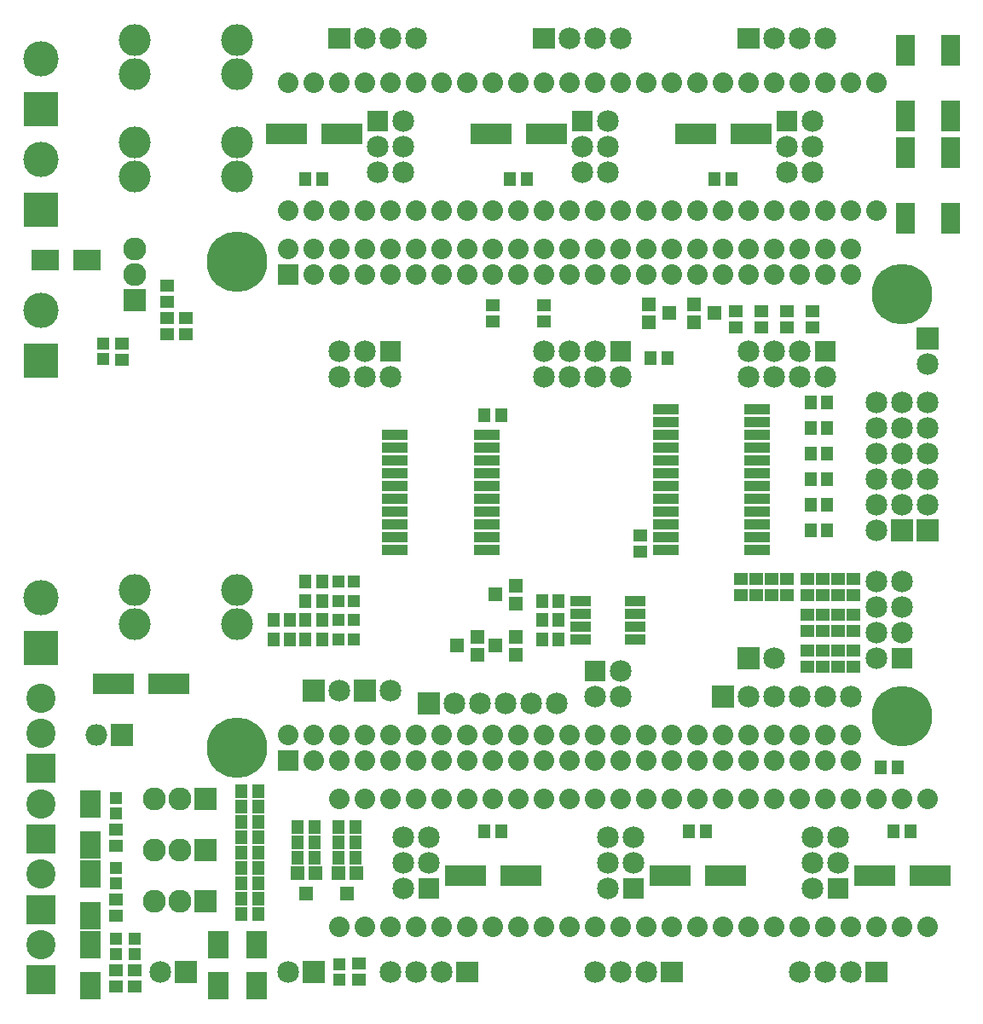
<source format=gts>
G04 (created by PCBNEW (2013-07-07 BZR 4022)-stable) date 5/7/2014 12:27:23 AM*
%MOIN*%
G04 Gerber Fmt 3.4, Leading zero omitted, Abs format*
%FSLAX34Y34*%
G01*
G70*
G90*
G04 APERTURE LIST*
%ADD10C,0.00590551*%
%ADD11R,0.085X0.085*%
%ADD12C,0.085*%
%ADD13R,0.1617X0.083*%
%ADD14C,0.09*%
%ADD15R,0.09X0.09*%
%ADD16R,0.085X0.08*%
%ADD17R,0.075X0.1184*%
%ADD18R,0.056X0.056*%
%ADD19R,0.08X0.08*%
%ADD20C,0.08*%
%ADD21C,0.13811*%
%ADD22R,0.13811X0.13811*%
%ADD23C,0.114488*%
%ADD24R,0.114488X0.114488*%
%ADD25C,0.236535*%
%ADD26R,0.0566142X0.0511024*%
%ADD27R,0.0511024X0.0566142*%
%ADD28R,0.0514961X0.0514961*%
%ADD29O,0.085X0.085*%
%ADD30R,0.0987402X0.043622*%
%ADD31R,0.0829921X0.043622*%
%ADD32R,0.0849606X0.0849606*%
%ADD33C,0.0849606*%
%ADD34C,0.124331*%
%ADD35R,0.0810236X0.106614*%
%ADD36R,0.106614X0.0810236*%
G04 APERTURE END LIST*
G54D10*
G54D11*
X12900Y12750D03*
G54D12*
X13900Y12750D03*
G54D11*
X14900Y12750D03*
G54D12*
X15900Y12750D03*
G54D11*
X29900Y14000D03*
G54D12*
X30900Y14000D03*
G54D13*
X20983Y5500D03*
X18817Y5500D03*
X5067Y13000D03*
X7233Y13000D03*
X28983Y5500D03*
X26817Y5500D03*
X27817Y34500D03*
X29983Y34500D03*
X19817Y34500D03*
X21983Y34500D03*
X11817Y34500D03*
X13983Y34500D03*
G54D14*
X5900Y29000D03*
X5900Y30000D03*
G54D15*
X5900Y28000D03*
G54D14*
X7650Y6500D03*
X6650Y6500D03*
G54D15*
X8650Y6500D03*
G54D14*
X7650Y4500D03*
X6650Y4500D03*
G54D15*
X8650Y4500D03*
G54D14*
X7650Y8500D03*
X6650Y8500D03*
G54D15*
X8650Y8500D03*
G54D16*
X13900Y38250D03*
G54D12*
X14900Y38250D03*
X15900Y38250D03*
X16900Y38250D03*
G54D16*
X21900Y38250D03*
G54D12*
X22900Y38250D03*
X23900Y38250D03*
X24900Y38250D03*
G54D16*
X29900Y38250D03*
G54D12*
X30900Y38250D03*
X31900Y38250D03*
X32900Y38250D03*
G54D16*
X34900Y1750D03*
G54D12*
X33900Y1750D03*
X32900Y1750D03*
X31900Y1750D03*
G54D17*
X36014Y33779D03*
X37786Y33779D03*
X36014Y31220D03*
X37786Y31220D03*
G54D16*
X26900Y1750D03*
G54D12*
X25900Y1750D03*
X24900Y1750D03*
X23900Y1750D03*
G54D16*
X18900Y1750D03*
G54D12*
X17900Y1750D03*
X16900Y1750D03*
X15900Y1750D03*
G54D13*
X36983Y5500D03*
X34817Y5500D03*
G54D18*
X13850Y5600D03*
X14550Y5600D03*
X14200Y4800D03*
X12250Y5600D03*
X12950Y5600D03*
X12600Y4800D03*
G54D11*
X12900Y1750D03*
G54D12*
X11900Y1750D03*
G54D11*
X7900Y1750D03*
G54D12*
X6900Y1750D03*
G54D11*
X36900Y26500D03*
G54D12*
X36900Y25500D03*
G54D11*
X36900Y19000D03*
G54D12*
X36900Y20000D03*
X36900Y21000D03*
X36900Y22000D03*
X36900Y23000D03*
X36900Y24000D03*
G54D11*
X35900Y19000D03*
G54D12*
X34900Y19000D03*
X35900Y20000D03*
X34900Y20000D03*
X35900Y21000D03*
X34900Y21000D03*
X35900Y22000D03*
X34900Y22000D03*
X35900Y23000D03*
X34900Y23000D03*
X35900Y24000D03*
X34900Y24000D03*
G54D18*
X20800Y16850D03*
X20800Y16150D03*
X20000Y16500D03*
G54D17*
X36014Y37779D03*
X37786Y37779D03*
X36014Y35220D03*
X37786Y35220D03*
G54D18*
X19300Y14850D03*
X19300Y14150D03*
X18500Y14500D03*
X20800Y14850D03*
X20800Y14150D03*
X20000Y14500D03*
G54D11*
X17400Y12250D03*
G54D12*
X18400Y12250D03*
X19400Y12250D03*
X20400Y12250D03*
X21400Y12250D03*
X22400Y12250D03*
G54D11*
X28900Y12500D03*
G54D12*
X29900Y12500D03*
X30900Y12500D03*
X31900Y12500D03*
X32900Y12500D03*
X33900Y12500D03*
G54D18*
X27750Y27150D03*
X27750Y27850D03*
X28550Y27500D03*
X26000Y27150D03*
X26000Y27850D03*
X26800Y27500D03*
G54D19*
X11900Y10000D03*
G54D20*
X11900Y11000D03*
X12900Y10000D03*
X12900Y11000D03*
X13900Y10000D03*
X13900Y11000D03*
X14900Y10000D03*
X14900Y11000D03*
X15900Y10000D03*
X15900Y11000D03*
X16900Y10000D03*
X16900Y11000D03*
X17900Y10000D03*
X17900Y11000D03*
X18900Y10000D03*
X18900Y11000D03*
X19900Y10000D03*
X19900Y11000D03*
X20900Y10000D03*
X20900Y11000D03*
X21900Y10000D03*
X21900Y11000D03*
X22900Y10000D03*
X22900Y11000D03*
X23900Y10000D03*
X23900Y11000D03*
X24900Y10000D03*
X24900Y11000D03*
X25900Y10000D03*
X25900Y11000D03*
X26900Y10000D03*
X26900Y11000D03*
X27900Y10000D03*
X27900Y11000D03*
X28900Y10000D03*
X28900Y11000D03*
X29900Y10000D03*
X29900Y11000D03*
X30900Y10000D03*
X30900Y11000D03*
X31900Y10000D03*
X31900Y11000D03*
X32900Y10000D03*
X32900Y11000D03*
X33900Y10000D03*
X33900Y11000D03*
G54D19*
X11900Y29000D03*
G54D20*
X11900Y30000D03*
X12900Y29000D03*
X12900Y30000D03*
X13900Y29000D03*
X13900Y30000D03*
X14900Y29000D03*
X14900Y30000D03*
X15900Y29000D03*
X15900Y30000D03*
X16900Y29000D03*
X16900Y30000D03*
X17900Y29000D03*
X17900Y30000D03*
X18900Y29000D03*
X18900Y30000D03*
X19900Y29000D03*
X19900Y30000D03*
X20900Y29000D03*
X20900Y30000D03*
X21900Y29000D03*
X21900Y30000D03*
X22900Y29000D03*
X22900Y30000D03*
X23900Y29000D03*
X23900Y30000D03*
X24900Y29000D03*
X24900Y30000D03*
X25900Y29000D03*
X25900Y30000D03*
X26900Y29000D03*
X26900Y30000D03*
X27900Y29000D03*
X27900Y30000D03*
X28900Y29000D03*
X28900Y30000D03*
X29900Y29000D03*
X29900Y30000D03*
X30900Y29000D03*
X30900Y30000D03*
X31900Y29000D03*
X31900Y30000D03*
X32900Y29000D03*
X32900Y30000D03*
X33900Y29000D03*
X33900Y30000D03*
X20900Y8500D03*
X19900Y8500D03*
X18900Y8500D03*
X17900Y8500D03*
X16900Y8500D03*
X15900Y8500D03*
X14900Y8500D03*
X13900Y8500D03*
X13900Y3500D03*
X14900Y3500D03*
X15900Y3500D03*
X16900Y3500D03*
X17900Y3500D03*
X18900Y3500D03*
X19900Y3500D03*
X20900Y3500D03*
X28900Y8500D03*
X27900Y8500D03*
X26900Y8500D03*
X25900Y8500D03*
X24900Y8500D03*
X23900Y8500D03*
X22900Y8500D03*
X21900Y8500D03*
X21900Y3500D03*
X22900Y3500D03*
X23900Y3500D03*
X24900Y3500D03*
X25900Y3500D03*
X26900Y3500D03*
X27900Y3500D03*
X28900Y3500D03*
X36900Y8500D03*
X35900Y8500D03*
X34900Y8500D03*
X33900Y8500D03*
X32900Y8500D03*
X31900Y8500D03*
X30900Y8500D03*
X29900Y8500D03*
X29900Y3500D03*
X30900Y3500D03*
X31900Y3500D03*
X32900Y3500D03*
X33900Y3500D03*
X34900Y3500D03*
X35900Y3500D03*
X36900Y3500D03*
X27900Y31500D03*
X28900Y31500D03*
X29900Y31500D03*
X30900Y31500D03*
X31900Y31500D03*
X32900Y31500D03*
X33900Y31500D03*
X34900Y31500D03*
X34900Y36500D03*
X33900Y36500D03*
X32900Y36500D03*
X31900Y36500D03*
X30900Y36500D03*
X29900Y36500D03*
X28900Y36500D03*
X27900Y36500D03*
X19900Y31500D03*
X20900Y31500D03*
X21900Y31500D03*
X22900Y31500D03*
X23900Y31500D03*
X24900Y31500D03*
X25900Y31500D03*
X26900Y31500D03*
X26900Y36500D03*
X25900Y36500D03*
X24900Y36500D03*
X23900Y36500D03*
X22900Y36500D03*
X21900Y36500D03*
X20900Y36500D03*
X19900Y36500D03*
X11900Y31500D03*
X12900Y31500D03*
X13900Y31500D03*
X14900Y31500D03*
X15900Y31500D03*
X16900Y31500D03*
X17900Y31500D03*
X18900Y31500D03*
X18900Y36500D03*
X17900Y36500D03*
X16900Y36500D03*
X15900Y36500D03*
X14900Y36500D03*
X13900Y36500D03*
X12900Y36500D03*
X11900Y36500D03*
G54D21*
X2234Y27606D03*
G54D22*
X2234Y25637D03*
G54D21*
X2234Y16385D03*
G54D22*
X2234Y14417D03*
G54D21*
X2234Y37448D03*
G54D22*
X2234Y35480D03*
G54D21*
X2234Y33511D03*
G54D22*
X2234Y31543D03*
G54D23*
X2234Y8314D03*
G54D24*
X2234Y6937D03*
G54D23*
X2234Y2803D03*
G54D24*
X2234Y1425D03*
G54D23*
X2234Y5559D03*
G54D24*
X2234Y4181D03*
G54D23*
X2234Y11070D03*
G54D24*
X2234Y9692D03*
G54D23*
X2234Y12448D03*
G54D25*
X35900Y11750D03*
X9900Y10500D03*
X9900Y29500D03*
X35900Y28250D03*
G54D26*
X7900Y26677D03*
X7900Y27322D03*
X19900Y27177D03*
X19900Y27822D03*
G54D27*
X35077Y9750D03*
X35722Y9750D03*
G54D26*
X21900Y27822D03*
X21900Y27177D03*
G54D27*
X10722Y5200D03*
X10077Y5200D03*
X10722Y7000D03*
X10077Y7000D03*
X10722Y8800D03*
X10077Y8800D03*
X12277Y7400D03*
X12922Y7400D03*
X13877Y7400D03*
X14522Y7400D03*
X11327Y15500D03*
X11972Y15500D03*
X32972Y19000D03*
X32327Y19000D03*
X32972Y20000D03*
X32327Y20000D03*
X32972Y21000D03*
X32327Y21000D03*
X32972Y22000D03*
X32327Y22000D03*
X32972Y23000D03*
X32327Y23000D03*
X32972Y24000D03*
X32327Y24000D03*
G54D26*
X32400Y27572D03*
X32400Y26927D03*
X31400Y27572D03*
X31400Y26927D03*
X30400Y27572D03*
X30400Y26927D03*
X29400Y27572D03*
X29400Y26927D03*
G54D27*
X26077Y25750D03*
X26722Y25750D03*
X12577Y15500D03*
X13222Y15500D03*
X12577Y17000D03*
X13222Y17000D03*
X14522Y6800D03*
X13877Y6800D03*
X12922Y6800D03*
X12277Y6800D03*
X10077Y6400D03*
X10722Y6400D03*
X10077Y8200D03*
X10722Y8200D03*
X10077Y4600D03*
X10722Y4600D03*
G54D26*
X7150Y27322D03*
X7150Y26677D03*
X5900Y1177D03*
X5900Y1822D03*
X14650Y2072D03*
X14650Y1427D03*
G54D27*
X12577Y14750D03*
X13222Y14750D03*
G54D26*
X33400Y17122D03*
X33400Y16477D03*
X30800Y16477D03*
X30800Y17122D03*
X33400Y15722D03*
X33400Y15077D03*
X33400Y14322D03*
X33400Y13677D03*
X34000Y14322D03*
X34000Y13677D03*
X5150Y6677D03*
X5150Y7322D03*
G54D27*
X11327Y14750D03*
X11972Y14750D03*
G54D26*
X5400Y25677D03*
X5400Y26322D03*
X5150Y3927D03*
X5150Y4572D03*
X5150Y1177D03*
X5150Y1822D03*
X31400Y16477D03*
X31400Y17122D03*
X34000Y16477D03*
X34000Y17122D03*
X34000Y15722D03*
X34000Y15077D03*
G54D27*
X12577Y16250D03*
X13222Y16250D03*
X29222Y32750D03*
X28577Y32750D03*
X13222Y32750D03*
X12577Y32750D03*
X21222Y32750D03*
X20577Y32750D03*
X35577Y7250D03*
X36222Y7250D03*
X27577Y7250D03*
X28222Y7250D03*
X19577Y7250D03*
X20222Y7250D03*
X21827Y15500D03*
X22472Y15500D03*
X21827Y16250D03*
X22472Y16250D03*
G54D28*
X14445Y15500D03*
X13854Y15500D03*
X14445Y17000D03*
X13854Y17000D03*
X14445Y14750D03*
X13854Y14750D03*
X5900Y3045D03*
X5900Y2454D03*
X13900Y2045D03*
X13900Y1454D03*
X4650Y26295D03*
X4650Y25704D03*
X5150Y3045D03*
X5150Y2454D03*
X5150Y8545D03*
X5150Y7954D03*
X5150Y5795D03*
X5150Y5204D03*
X14445Y16250D03*
X13854Y16250D03*
G54D26*
X25650Y18177D03*
X25650Y18822D03*
X32800Y14322D03*
X32800Y13677D03*
X32800Y15722D03*
X32800Y15077D03*
X30200Y16477D03*
X30200Y17122D03*
X32800Y17122D03*
X32800Y16477D03*
G54D27*
X20222Y23500D03*
X19577Y23500D03*
X22472Y14750D03*
X21827Y14750D03*
G54D26*
X29600Y16477D03*
X29600Y17122D03*
X32200Y15722D03*
X32200Y15077D03*
X32200Y17122D03*
X32200Y16477D03*
X32200Y14322D03*
X32200Y13677D03*
G54D11*
X5400Y11000D03*
G54D29*
X4400Y11000D03*
G54D30*
X16069Y22750D03*
X16069Y22250D03*
X16069Y21750D03*
X16069Y21250D03*
X16069Y20750D03*
X16069Y20250D03*
X16069Y19750D03*
X16069Y19250D03*
X16069Y18750D03*
X16069Y18250D03*
X19650Y18250D03*
X19650Y18750D03*
X19650Y19250D03*
X19650Y19750D03*
X19650Y20250D03*
X19650Y20750D03*
X19650Y21250D03*
X19650Y21750D03*
X19650Y22250D03*
X19650Y22750D03*
X30230Y18250D03*
X30230Y18750D03*
X30230Y19250D03*
X30230Y19750D03*
X30230Y20250D03*
X30230Y20750D03*
X30230Y21250D03*
X30230Y21750D03*
X30230Y22250D03*
X30230Y22750D03*
X30230Y23250D03*
X30230Y23750D03*
X26650Y23750D03*
X26650Y23250D03*
X26650Y22750D03*
X26650Y22250D03*
X26650Y21750D03*
X26650Y21250D03*
X26650Y20750D03*
X26650Y20250D03*
X26650Y19750D03*
X26650Y19250D03*
X26650Y18750D03*
X26650Y18250D03*
G54D31*
X25462Y14750D03*
X25462Y15250D03*
X25462Y15750D03*
X25462Y16250D03*
X23337Y16250D03*
X23337Y15750D03*
X23337Y15250D03*
X23337Y14750D03*
G54D32*
X32900Y26000D03*
G54D33*
X32900Y25000D03*
X31900Y26000D03*
X31900Y25000D03*
X30900Y26000D03*
X30900Y25000D03*
X29900Y26000D03*
X29900Y25000D03*
G54D32*
X24900Y26000D03*
G54D33*
X24900Y25000D03*
X23900Y26000D03*
X23900Y25000D03*
X22900Y26000D03*
X22900Y25000D03*
X21900Y26000D03*
X21900Y25000D03*
G54D32*
X35900Y14000D03*
G54D33*
X34900Y14000D03*
X35900Y15000D03*
X34900Y15000D03*
X35900Y16000D03*
X34900Y16000D03*
X35900Y17000D03*
X34900Y17000D03*
G54D32*
X25400Y5000D03*
G54D33*
X24400Y5000D03*
X25400Y6000D03*
X24400Y6000D03*
X25400Y7000D03*
X24400Y7000D03*
G54D32*
X33400Y5000D03*
G54D33*
X32400Y5000D03*
X33400Y6000D03*
X32400Y6000D03*
X33400Y7000D03*
X32400Y7000D03*
G54D32*
X17400Y5000D03*
G54D33*
X16400Y5000D03*
X17400Y6000D03*
X16400Y6000D03*
X17400Y7000D03*
X16400Y7000D03*
G54D32*
X31400Y35000D03*
G54D33*
X32400Y35000D03*
X31400Y34000D03*
X32400Y34000D03*
X31400Y33000D03*
X32400Y33000D03*
G54D32*
X23400Y35000D03*
G54D33*
X24400Y35000D03*
X23400Y34000D03*
X24400Y34000D03*
X23400Y33000D03*
X24400Y33000D03*
G54D32*
X15400Y35000D03*
G54D33*
X16400Y35000D03*
X15400Y34000D03*
X16400Y34000D03*
X15400Y33000D03*
X16400Y33000D03*
G54D32*
X15900Y26000D03*
G54D33*
X15900Y25000D03*
X14900Y26000D03*
X14900Y25000D03*
X13900Y26000D03*
X13900Y25000D03*
G54D32*
X23900Y13500D03*
G54D33*
X24900Y13500D03*
X23900Y12500D03*
X24900Y12500D03*
G54D34*
X5892Y36830D03*
X5892Y38169D03*
X9907Y36830D03*
X9907Y38169D03*
X5892Y15330D03*
X5892Y16669D03*
X9907Y15330D03*
X9907Y16669D03*
X5892Y32830D03*
X5892Y34169D03*
X9907Y32830D03*
X9907Y34169D03*
G54D35*
X4150Y1192D03*
X4150Y2807D03*
G54D36*
X2411Y29574D03*
X4025Y29574D03*
G54D35*
X4150Y3942D03*
X4150Y5557D03*
X4150Y6692D03*
X4150Y8307D03*
X10650Y1192D03*
X10650Y2807D03*
X9150Y1192D03*
X9150Y2807D03*
G54D27*
X10077Y4000D03*
X10722Y4000D03*
X10077Y5800D03*
X10722Y5800D03*
X10077Y7600D03*
X10722Y7600D03*
G54D26*
X7150Y28572D03*
X7150Y27927D03*
G54D27*
X13877Y6200D03*
X14522Y6200D03*
X12277Y6200D03*
X12922Y6200D03*
M02*

</source>
